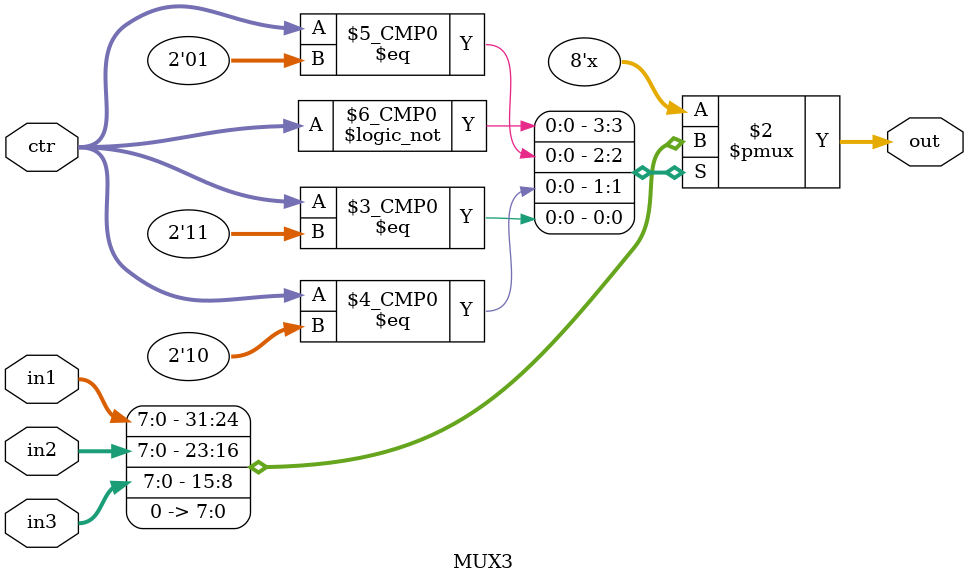
<source format=v>
`timescale 1ns / 1ps


module MUX3(
    input [7:0] in1,
    input [7:0] in2,
    input [7:0] in3,
    input [1:0] ctr,
    output reg [7:0] out
    );

	always @(*)
	case(ctr)
		2'b00: out = in1;
		2'b01: out = in2;
		2'b10: out = in3;
		2'b11: out = 8'h00;
	endcase

endmodule

</source>
